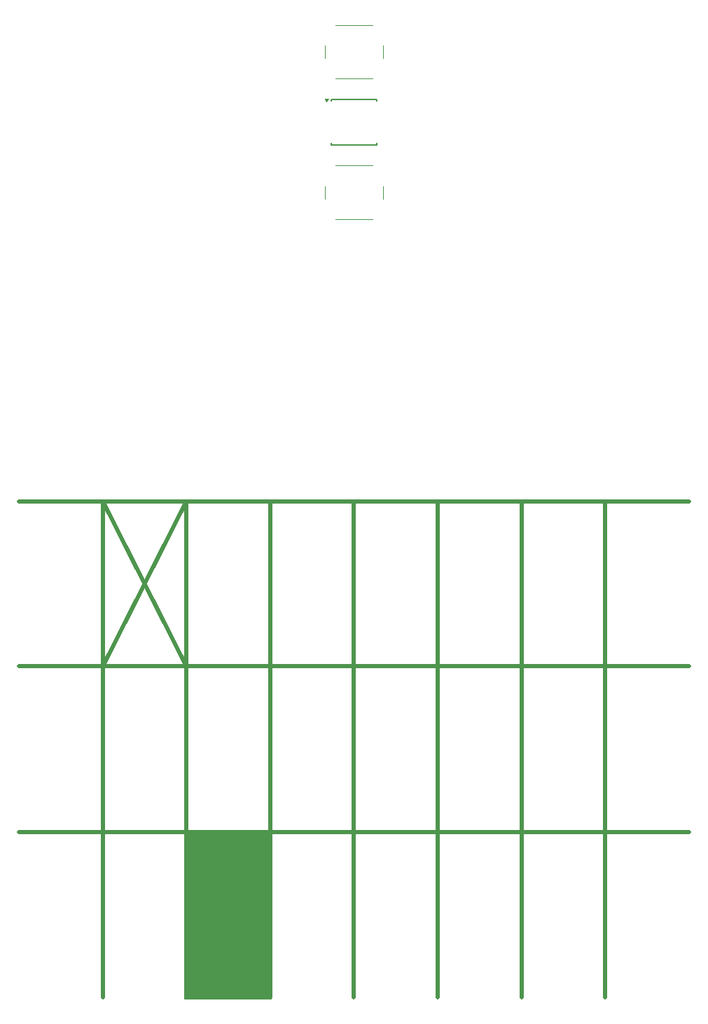
<source format=gbr>
%TF.GenerationSoftware,KiCad,Pcbnew,8.0.2*%
%TF.CreationDate,2024-06-06T14:13:48+02:00*%
%TF.ProjectId,nollbricka24,6e6f6c6c-6272-4696-936b-6132342e6b69,rev?*%
%TF.SameCoordinates,Original*%
%TF.FileFunction,Legend,Top*%
%TF.FilePolarity,Positive*%
%FSLAX46Y46*%
G04 Gerber Fmt 4.6, Leading zero omitted, Abs format (unit mm)*
G04 Created by KiCad (PCBNEW 8.0.2) date 2024-06-06 14:13:48*
%MOMM*%
%LPD*%
G01*
G04 APERTURE LIST*
%ADD10C,0.500000*%
%ADD11C,0.100000*%
%ADD12C,0.150000*%
%ADD13C,0.120000*%
G04 APERTURE END LIST*
D10*
X120250000Y-119325349D02*
X120250000Y-179325349D01*
X110125000Y-119325349D02*
X110125000Y-179325349D01*
X89875000Y-119325349D02*
X89875000Y-179325349D01*
X59500000Y-119325349D02*
X140500000Y-119325349D01*
X69625000Y-179325349D02*
X69625000Y-119325349D01*
X59500000Y-159309849D02*
X140500000Y-159309849D01*
X130375000Y-119325349D02*
X130375000Y-179325349D01*
X79750000Y-139293849D02*
X69625000Y-119325349D01*
X59500000Y-139293849D02*
X140500000Y-139293849D01*
X79750000Y-119325349D02*
X79750000Y-179325349D01*
X100000000Y-119325349D02*
X100000000Y-179325349D01*
D11*
X79500000Y-159500000D02*
X90000000Y-159500000D01*
X90000000Y-179500000D01*
X79500000Y-179500000D01*
X79500000Y-159500000D01*
G36*
X79500000Y-159500000D02*
G01*
X90000000Y-159500000D01*
X90000000Y-179500000D01*
X79500000Y-179500000D01*
X79500000Y-159500000D01*
G37*
D10*
X79750000Y-119325349D02*
X69625000Y-139293849D01*
D12*
%TO.C,U1*%
X97250000Y-70745000D02*
X97250000Y-70950000D01*
X97250000Y-70745000D02*
X102750000Y-70745000D01*
X97250000Y-76255000D02*
X97250000Y-76050000D01*
X97250000Y-76255000D02*
X102750000Y-76255000D01*
X102750000Y-70745000D02*
X102750000Y-70950000D01*
X102750000Y-76255000D02*
X102750000Y-76050000D01*
D13*
X96700000Y-71000000D02*
X96460000Y-70670000D01*
X96940000Y-70670000D01*
X96700000Y-71000000D01*
G36*
X96700000Y-71000000D02*
G01*
X96460000Y-70670000D01*
X96940000Y-70670000D01*
X96700000Y-71000000D01*
G37*
%TO.C,SW2*%
X96500000Y-81250000D02*
X96500000Y-82750000D01*
X97750000Y-85250000D02*
X102250000Y-85250000D01*
X102250000Y-78750000D02*
X97750000Y-78750000D01*
X103500000Y-82750000D02*
X103500000Y-81250000D01*
%TO.C,SW1*%
X96500000Y-64250000D02*
X96500000Y-65750000D01*
X97750000Y-68250000D02*
X102250000Y-68250000D01*
X102250000Y-61750000D02*
X97750000Y-61750000D01*
X103500000Y-65750000D02*
X103500000Y-64250000D01*
%TD*%
M02*

</source>
